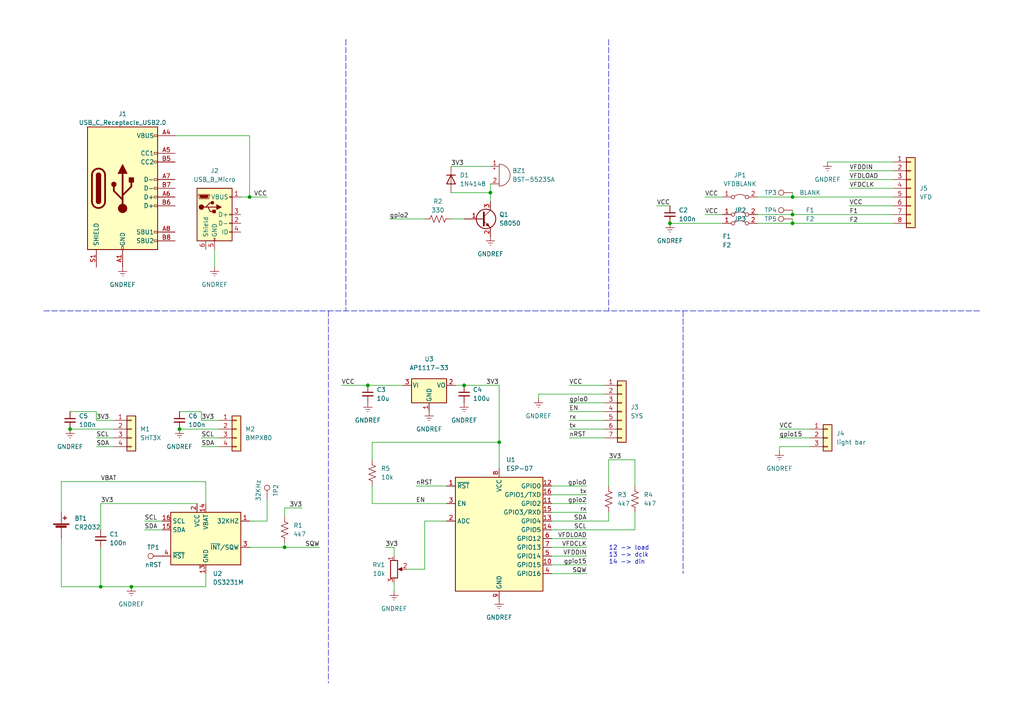
<source format=kicad_sch>
(kicad_sch (version 20211123) (generator eeschema)
  (paper "A4")
  (lib_symbols
    (symbol "Connector:TestPoint" (pin_numbers hide) (pin_names (offset 0.762) hide)
      (property "Reference" "TP" (at 0 6.858 0))
      (property "Value" "TestPoint" (at 0 5.08 0))
      (symbol "TestPoint_0_1"
        (circle (center 0 3.302) (radius 0.762))
      )
      (symbol "TestPoint_1_1"
        (pin passive line (at 0 0 90) (length 2.54) (name "1") (number "1"))
      )
    )
    (symbol "Connector:USB_B_Micro" (pin_names (offset 1.016))
      (property "Reference" "J" (at -5.08 11.43 0))
      (property "Value" "USB_B_Micro" (at -5.08 8.89 0))
      (symbol "USB_B_Micro_0_1"
        (rectangle (start -5.08 -7.62) (end 5.08 7.62) (stroke (width 0.254)) (fill (type background)))
        (circle (center -3.81 2.159) (radius 0.635) (stroke (width 0.254)) (fill (type outline)))
        (circle (center -0.635 3.429) (radius 0.381) (stroke (width 0.254)) (fill (type outline)))
        (rectangle (start -0.127 -7.62) (end 0.127 -6.858))
        (polyline (pts (xy -1.905 2.159) (xy 0.635 2.159)) (stroke (width 0.254)))
        (polyline (pts (xy -3.175 2.159) (xy -2.54 2.159) (xy -1.27 3.429) (xy -0.635 3.429)) (stroke (width 0.254)))
        (polyline (pts (xy -2.54 2.159) (xy -1.905 2.159) (xy -1.27 0.889) (xy 0 0.889)) (stroke (width 0.254)))
        (polyline (pts (xy 0.635 2.794) (xy 0.635 1.524) (xy 1.905 2.159) (xy 0.635 2.794)) (stroke (width 0.254)) (fill (type outline)))
        (polyline (pts (xy -4.318 5.588) (xy -1.778 5.588) (xy -2.032 4.826) (xy -4.064 4.826) (xy -4.318 5.588)) (fill (type outline)))
        (polyline (pts (xy -4.699 5.842) (xy -4.699 5.588) (xy -4.445 4.826) (xy -4.445 4.572) (xy -1.651 4.572) (xy -1.651 4.826) (xy -1.397 5.588) (xy -1.397 5.842) (xy -4.699 5.842)))
        (rectangle (start 0.254 1.27) (end -0.508 0.508) (stroke (width 0.254)) (fill (type outline)))
        (rectangle (start 5.08 -5.207) (end 4.318 -4.953))
        (rectangle (start 5.08 -2.667) (end 4.318 -2.413))
        (rectangle (start 5.08 -0.127) (end 4.318 0.127))
        (rectangle (start 5.08 4.953) (end 4.318 5.207))
      )
      (symbol "USB_B_Micro_1_1"
        (pin power_out line (at 7.62 5.08 180) (length 2.54) (name "VBUS") (number "1"))
        (pin bidirectional line (at 7.62 -2.54 180) (length 2.54) (name "D-") (number "2"))
        (pin bidirectional line (at 7.62 0 180) (length 2.54) (name "D+") (number "3"))
        (pin passive line (at 7.62 -5.08 180) (length 2.54) (name "ID") (number "4"))
        (pin power_out line (at 0 -10.16 90) (length 2.54) (name "GND") (number "5"))
        (pin passive line (at -2.54 -10.16 90) (length 2.54) (name "Shield") (number "6"))
      )
    )
    (symbol "Connector:USB_C_Receptacle_USB2.0" (pin_names (offset 1.016))
      (property "Reference" "J" (at -10.16 19.05 0))
      (property "Value" "USB_C_Receptacle_USB2.0" (at 19.05 19.05 0))
      (symbol "USB_C_Receptacle_USB2.0_0_0"
        (rectangle (start -0.254 -17.78) (end 0.254 -16.764))
        (rectangle (start 10.16 -14.986) (end 9.144 -15.494))
        (rectangle (start 10.16 -12.446) (end 9.144 -12.954))
        (rectangle (start 10.16 -4.826) (end 9.144 -5.334))
        (rectangle (start 10.16 -2.286) (end 9.144 -2.794))
        (rectangle (start 10.16 0.254) (end 9.144 -0.254))
        (rectangle (start 10.16 2.794) (end 9.144 2.286))
        (rectangle (start 10.16 7.874) (end 9.144 7.366))
        (rectangle (start 10.16 10.414) (end 9.144 9.906))
        (rectangle (start 10.16 15.494) (end 9.144 14.986))
      )
      (symbol "USB_C_Receptacle_USB2.0_0_1"
        (rectangle (start -10.16 17.78) (end 10.16 -17.78) (stroke (width 0.254)) (fill (type background)))
        (arc (start -8.89 -3.81) (mid -6.985 -5.715) (end -5.08 -3.81) (stroke (width 0.508)))
        (arc (start -7.62 -3.81) (mid -6.985 -4.445) (end -6.35 -3.81) (stroke (width 0.254)))
        (arc (start -7.62 -3.81) (mid -6.985 -4.445) (end -6.35 -3.81) (stroke (width 0.254)) (fill (type outline)))
        (rectangle (start -7.62 -3.81) (end -6.35 3.81) (stroke (width 0.254)) (fill (type outline)))
        (arc (start -6.35 3.81) (mid -6.985 4.445) (end -7.62 3.81) (stroke (width 0.254)))
        (arc (start -6.35 3.81) (mid -6.985 4.445) (end -7.62 3.81) (stroke (width 0.254)) (fill (type outline)))
        (arc (start -5.08 3.81) (mid -6.985 5.715) (end -8.89 3.81) (stroke (width 0.508)))
        (circle (center -2.54 1.143) (radius 0.635) (stroke (width 0.254)) (fill (type outline)))
        (circle (center 0 -5.842) (radius 1.27) (fill (type outline)))
        (polyline (pts (xy -8.89 -3.81) (xy -8.89 3.81)) (stroke (width 0.508)))
        (polyline (pts (xy -5.08 3.81) (xy -5.08 -3.81)) (stroke (width 0.508)))
        (polyline (pts (xy 0 -5.842) (xy 0 4.318)) (stroke (width 0.508)))
        (polyline (pts (xy 0 -3.302) (xy -2.54 -0.762) (xy -2.54 0.508)) (stroke (width 0.508)))
        (polyline (pts (xy 0 -2.032) (xy 2.54 0.508) (xy 2.54 1.778)) (stroke (width 0.508)))
        (polyline (pts (xy -1.27 4.318) (xy 0 6.858) (xy 1.27 4.318) (xy -1.27 4.318)) (stroke (width 0.254)) (fill (type outline)))
        (rectangle (start 1.905 1.778) (end 3.175 3.048) (stroke (width 0.254)) (fill (type outline)))
      )
      (symbol "USB_C_Receptacle_USB2.0_1_1"
        (pin passive line (at 0 -22.86 90) (length 5.08) (name "GND") (number "A1"))
        (pin passive line (at 0 -22.86 90) (length 5.08) hide (name "GND") (number "A12"))
        (pin passive line (at 15.24 15.24 180) (length 5.08) (name "VBUS") (number "A4"))
        (pin bidirectional line (at 15.24 10.16 180) (length 5.08) (name "CC1") (number "A5"))
        (pin bidirectional line (at 15.24 -2.54 180) (length 5.08) (name "D+") (number "A6"))
        (pin bidirectional line (at 15.24 2.54 180) (length 5.08) (name "D-") (number "A7"))
        (pin bidirectional line (at 15.24 -12.7 180) (length 5.08) (name "SBU1") (number "A8"))
        (pin passive line (at 15.24 15.24 180) (length 5.08) hide (name "VBUS") (number "A9"))
        (pin passive line (at 0 -22.86 90) (length 5.08) hide (name "GND") (number "B1"))
        (pin passive line (at 0 -22.86 90) (length 5.08) hide (name "GND") (number "B12"))
        (pin passive line (at 15.24 15.24 180) (length 5.08) hide (name "VBUS") (number "B4"))
        (pin bidirectional line (at 15.24 7.62 180) (length 5.08) (name "CC2") (number "B5"))
        (pin bidirectional line (at 15.24 -5.08 180) (length 5.08) (name "D+") (number "B6"))
        (pin bidirectional line (at 15.24 0 180) (length 5.08) (name "D-") (number "B7"))
        (pin bidirectional line (at 15.24 -15.24 180) (length 5.08) (name "SBU2") (number "B8"))
        (pin passive line (at 15.24 15.24 180) (length 5.08) hide (name "VBUS") (number "B9"))
        (pin passive line (at -7.62 -22.86 90) (length 5.08) (name "SHIELD") (number "S1"))
      )
    )
    (symbol "Connector_Generic:Conn_01x03" (pin_names (offset 1.016) hide)
      (property "Reference" "J" (at 0 5.08 0))
      (property "Value" "Conn_01x03" (at 0 -5.08 0))
      (symbol "Conn_01x03_1_1"
        (rectangle (start -1.27 -2.413) (end 0 -2.667) (stroke (width 0.1524)))
        (rectangle (start -1.27 0.127) (end 0 -0.127) (stroke (width 0.1524)))
        (rectangle (start -1.27 2.667) (end 0 2.413) (stroke (width 0.1524)))
        (rectangle (start -1.27 3.81) (end 1.27 -3.81) (stroke (width 0.254)) (fill (type background)))
        (pin passive line (at -5.08 2.54 0) (length 3.81) (name "Pin_1") (number "1"))
        (pin passive line (at -5.08 0 0) (length 3.81) (name "Pin_2") (number "2"))
        (pin passive line (at -5.08 -2.54 0) (length 3.81) (name "Pin_3") (number "3"))
      )
    )
    (symbol "Connector_Generic:Conn_01x04" (pin_names (offset 1.016) hide)
      (property "Reference" "J" (at 0 5.08 0))
      (property "Value" "Conn_01x04" (at 0 -7.62 0))
      (symbol "Conn_01x04_1_1"
        (rectangle (start -1.27 -4.953) (end 0 -5.207) (stroke (width 0.1524)))
        (rectangle (start -1.27 -2.413) (end 0 -2.667) (stroke (width 0.1524)))
        (rectangle (start -1.27 0.127) (end 0 -0.127) (stroke (width 0.1524)))
        (rectangle (start -1.27 2.667) (end 0 2.413) (stroke (width 0.1524)))
        (rectangle (start -1.27 3.81) (end 1.27 -6.35) (stroke (width 0.254)) (fill (type background)))
        (pin passive line (at -5.08 2.54 0) (length 3.81) (name "Pin_1") (number "1"))
        (pin passive line (at -5.08 0 0) (length 3.81) (name "Pin_2") (number "2"))
        (pin passive line (at -5.08 -2.54 0) (length 3.81) (name "Pin_3") (number "3"))
        (pin passive line (at -5.08 -5.08 0) (length 3.81) (name "Pin_4") (number "4"))
      )
    )
    (symbol "Connector_Generic:Conn_01x07" (pin_names (offset 1.016) hide)
      (property "Reference" "J" (at 0 10.16 0))
      (property "Value" "Conn_01x07" (at 0 -10.16 0))
      (symbol "Conn_01x07_1_1"
        (rectangle (start -1.27 -7.493) (end 0 -7.747) (stroke (width 0.1524)))
        (rectangle (start -1.27 -4.953) (end 0 -5.207) (stroke (width 0.1524)))
        (rectangle (start -1.27 -2.413) (end 0 -2.667) (stroke (width 0.1524)))
        (rectangle (start -1.27 0.127) (end 0 -0.127) (stroke (width 0.1524)))
        (rectangle (start -1.27 2.667) (end 0 2.413) (stroke (width 0.1524)))
        (rectangle (start -1.27 5.207) (end 0 4.953) (stroke (width 0.1524)))
        (rectangle (start -1.27 7.747) (end 0 7.493) (stroke (width 0.1524)))
        (rectangle (start -1.27 8.89) (end 1.27 -8.89) (stroke (width 0.254)) (fill (type background)))
        (pin passive line (at -5.08 7.62 0) (length 3.81) (name "Pin_1") (number "1"))
        (pin passive line (at -5.08 5.08 0) (length 3.81) (name "Pin_2") (number "2"))
        (pin passive line (at -5.08 2.54 0) (length 3.81) (name "Pin_3") (number "3"))
        (pin passive line (at -5.08 0 0) (length 3.81) (name "Pin_4") (number "4"))
        (pin passive line (at -5.08 -2.54 0) (length 3.81) (name "Pin_5") (number "5"))
        (pin passive line (at -5.08 -5.08 0) (length 3.81) (name "Pin_6") (number "6"))
        (pin passive line (at -5.08 -7.62 0) (length 3.81) (name "Pin_7") (number "7"))
      )
    )
    (symbol "Connector_Generic:Conn_01x08" (pin_names (offset 1.016) hide)
      (property "Reference" "J" (at 0 10.16 0))
      (property "Value" "Conn_01x08" (at 0 -12.7 0))
      (symbol "Conn_01x08_1_1"
        (rectangle (start -1.27 -10.033) (end 0 -10.287) (stroke (width 0.1524)))
        (rectangle (start -1.27 -7.493) (end 0 -7.747) (stroke (width 0.1524)))
        (rectangle (start -1.27 -4.953) (end 0 -5.207) (stroke (width 0.1524)))
        (rectangle (start -1.27 -2.413) (end 0 -2.667) (stroke (width 0.1524)))
        (rectangle (start -1.27 0.127) (end 0 -0.127) (stroke (width 0.1524)))
        (rectangle (start -1.27 2.667) (end 0 2.413) (stroke (width 0.1524)))
        (rectangle (start -1.27 5.207) (end 0 4.953) (stroke (width 0.1524)))
        (rectangle (start -1.27 7.747) (end 0 7.493) (stroke (width 0.1524)))
        (rectangle (start -1.27 8.89) (end 1.27 -11.43) (stroke (width 0.254)) (fill (type background)))
        (pin passive line (at -5.08 7.62 0) (length 3.81) (name "Pin_1") (number "1"))
        (pin passive line (at -5.08 5.08 0) (length 3.81) (name "Pin_2") (number "2"))
        (pin passive line (at -5.08 2.54 0) (length 3.81) (name "Pin_3") (number "3"))
        (pin passive line (at -5.08 0 0) (length 3.81) (name "Pin_4") (number "4"))
        (pin passive line (at -5.08 -2.54 0) (length 3.81) (name "Pin_5") (number "5"))
        (pin passive line (at -5.08 -5.08 0) (length 3.81) (name "Pin_6") (number "6"))
        (pin passive line (at -5.08 -7.62 0) (length 3.81) (name "Pin_7") (number "7"))
        (pin passive line (at -5.08 -10.16 0) (length 3.81) (name "Pin_8") (number "8"))
      )
    )
    (symbol "Device:Battery_Cell" (pin_numbers hide) (pin_names (offset 0) hide)
      (property "Reference" "BT" (at 2.54 2.54 0))
      (property "Value" "Battery_Cell" (at 2.54 0 0))
      (symbol "Battery_Cell_0_1"
        (rectangle (start -2.286 1.778) (end 2.286 1.524) (fill (type outline)))
        (rectangle (start -1.5748 1.1938) (end 1.4732 0.6858) (fill (type outline)))
        (polyline (pts (xy 0 0.762) (xy 0 0)))
        (polyline (pts (xy 0 1.778) (xy 0 2.54)))
        (polyline (pts (xy 0.508 3.429) (xy 1.524 3.429)) (stroke (width 0.254)))
        (polyline (pts (xy 1.016 3.937) (xy 1.016 2.921)) (stroke (width 0.254)))
      )
      (symbol "Battery_Cell_1_1"
        (pin passive line (at 0 5.08 270) (length 2.54) (name "+") (number "1"))
        (pin passive line (at 0 -2.54 90) (length 2.54) (name "-") (number "2"))
      )
    )
    (symbol "Device:Buzzer" (pin_names (offset 0.0254) hide)
      (property "Reference" "BZ1" (at 3.81 1.2701 0))
      (property "Value" "BST-5523SA " (at 3.81 -1.2699 0))
      (symbol "Buzzer_0_1"
        (arc (start 0 -3.175) (mid 3.175 0) (end 0 3.175))
        (polyline (pts (xy -1.651 1.905) (xy -1.143 1.905)))
        (polyline (pts (xy -1.397 2.159) (xy -1.397 1.651)))
        (polyline (pts (xy 0 3.175) (xy 0 -3.175)))
      )
      (symbol "Buzzer_1_1"
        (pin passive line (at -2.54 2.54 0) (length 2.54) (name "-") (number "1"))
        (pin passive line (at -2.54 -2.54 0) (length 2.54) (name "+") (number "2"))
        (pin no_connect line (at -2.54 -5.08 0) (length 2.54) hide (name "3") (number "3"))
      )
    )
    (symbol "Device:C_Small" (pin_numbers hide) (pin_names (offset 0.254) hide)
      (property "Reference" "C" (at 0.254 1.778 0))
      (property "Value" "C_Small" (at 0.254 -2.032 0))
      (symbol "C_Small_0_1"
        (polyline (pts (xy -1.524 -0.508) (xy 1.524 -0.508)) (stroke (width 0.3302)))
        (polyline (pts (xy -1.524 0.508) (xy 1.524 0.508)) (stroke (width 0.3048)))
      )
      (symbol "C_Small_1_1"
        (pin passive line (at 0 2.54 270) (length 2.032) (name "~") (number "1"))
        (pin passive line (at 0 -2.54 90) (length 2.032) (name "~") (number "2"))
      )
    )
    (symbol "Device:R_Potentiometer" (pin_names (offset 1.016) hide)
      (property "Reference" "RV" (at -4.445 0 90))
      (property "Value" "R_Potentiometer" (at -2.54 0 90))
      (symbol "R_Potentiometer_0_1"
        (polyline (pts (xy 2.54 0) (xy 1.524 0)))
        (polyline (pts (xy 1.143 0) (xy 2.286 0.508) (xy 2.286 -0.508) (xy 1.143 0)) (fill (type outline)))
        (rectangle (start 1.016 2.54) (end -1.016 -2.54) (stroke (width 0.254)))
      )
      (symbol "R_Potentiometer_1_1"
        (pin passive line (at 0 3.81 270) (length 1.27) (name "1") (number "1"))
        (pin passive line (at 3.81 0 180) (length 1.27) (name "2") (number "2"))
        (pin passive line (at 0 -3.81 90) (length 1.27) (name "3") (number "3"))
      )
    )
    (symbol "Device:R_US" (pin_numbers hide) (pin_names (offset 0))
      (property "Reference" "R" (at 2.54 0 90))
      (property "Value" "R_US" (at -2.54 0 90))
      (symbol "R_US_0_1"
        (polyline (pts (xy 0 -2.286) (xy 0 -2.54)))
        (polyline (pts (xy 0 2.286) (xy 0 2.54)))
        (polyline (pts (xy 0 -0.762) (xy 1.016 -1.143) (xy 0 -1.524) (xy -1.016 -1.905) (xy 0 -2.286)))
        (polyline (pts (xy 0 0.762) (xy 1.016 0.381) (xy 0 0) (xy -1.016 -0.381) (xy 0 -0.762)))
        (polyline (pts (xy 0 2.286) (xy 1.016 1.905) (xy 0 1.524) (xy -1.016 1.143) (xy 0 0.762)))
      )
      (symbol "R_US_1_1"
        (pin passive line (at 0 3.81 270) (length 1.27) (name "~") (number "1"))
        (pin passive line (at 0 -3.81 90) (length 1.27) (name "~") (number "2"))
      )
    )
    (symbol "Diode:1N4148" (pin_numbers hide) (pin_names (offset 1.016) hide)
      (property "Reference" "D" (at 0 2.54 0))
      (property "Value" "1N4148" (at 0 -2.54 0))
      (symbol "1N4148_0_1"
        (polyline (pts (xy -1.27 1.27) (xy -1.27 -1.27)) (stroke (width 0.254)))
        (polyline (pts (xy 1.27 0) (xy -1.27 0)))
        (polyline (pts (xy 1.27 1.27) (xy 1.27 -1.27) (xy -1.27 0) (xy 1.27 1.27)) (stroke (width 0.254)))
      )
      (symbol "1N4148_1_1"
        (pin passive line (at -3.81 0 0) (length 2.54) (name "K") (number "1"))
        (pin passive line (at 3.81 0 180) (length 2.54) (name "A") (number "2"))
      )
    )
    (symbol "Jumper:Jumper_2_Bridged" (pin_names (offset 0) hide)
      (property "Reference" "JP" (at 0 1.905 0))
      (property "Value" "Jumper_2_Bridged" (at 0 -2.54 0))
      (symbol "Jumper_2_Bridged_0_0"
        (circle (center -2.032 0) (radius 0.508))
        (circle (center 2.032 0) (radius 0.508))
      )
      (symbol "Jumper_2_Bridged_0_1"
        (arc (start 1.524 0.254) (mid 0 0.762) (end -1.524 0.254))
      )
      (symbol "Jumper_2_Bridged_1_1"
        (pin passive line (at -5.08 0 0) (length 2.54) (name "A") (number "1"))
        (pin passive line (at 5.08 0 180) (length 2.54) (name "B") (number "2"))
      )
    )
    (symbol "RF_Module:ESP-07"
      (property "Reference" "U" (at -12.7 19.05 0))
      (property "Value" "ESP-07" (at 12.7 19.05 0))
      (symbol "ESP-07_0_1"
        (rectangle (start -12.7 17.78) (end 12.7 -15.24) (stroke (width 0.254)) (fill (type background)))
      )
      (symbol "ESP-07_1_1"
        (pin input line (at -15.24 15.24 0) (length 2.54) (name "~{RST}") (number "1"))
        (pin bidirectional line (at 15.24 -7.62 180) (length 2.54) (name "GPIO15") (number "10"))
        (pin bidirectional line (at 15.24 10.16 180) (length 2.54) (name "GPIO2") (number "11"))
        (pin bidirectional line (at 15.24 15.24 180) (length 2.54) (name "GPIO0") (number "12"))
        (pin bidirectional line (at 15.24 5.08 180) (length 2.54) (name "GPIO4") (number "13"))
        (pin bidirectional line (at 15.24 2.54 180) (length 2.54) (name "GPIO5") (number "14"))
        (pin bidirectional line (at 15.24 7.62 180) (length 2.54) (name "GPIO3/RXD") (number "15"))
        (pin bidirectional line (at 15.24 12.7 180) (length 2.54) (name "GPIO1/TXD") (number "16"))
        (pin input line (at -15.24 5.08 0) (length 2.54) (name "ADC") (number "2"))
        (pin input line (at -15.24 10.16 0) (length 2.54) (name "EN") (number "3"))
        (pin bidirectional line (at 15.24 -10.16 180) (length 2.54) (name "GPIO16") (number "4"))
        (pin bidirectional line (at 15.24 -5.08 180) (length 2.54) (name "GPIO14") (number "5"))
        (pin bidirectional line (at 15.24 0 180) (length 2.54) (name "GPIO12") (number "6"))
        (pin bidirectional line (at 15.24 -2.54 180) (length 2.54) (name "GPIO13") (number "7"))
        (pin power_in line (at 0 20.32 270) (length 2.54) (name "VCC") (number "8"))
        (pin power_in line (at 0 -17.78 90) (length 2.54) (name "GND") (number "9"))
      )
    )
    (symbol "Regulator_Linear:AP1117-33" (pin_names (offset 0.254))
      (property "Reference" "U" (at -3.81 3.175 0))
      (property "Value" "AP1117-33" (at 0 3.175 0))
      (symbol "AP1117-33_0_1"
        (rectangle (start -5.08 -5.08) (end 5.08 1.905) (stroke (width 0.254)) (fill (type background)))
      )
      (symbol "AP1117-33_1_1"
        (pin power_in line (at 0 -7.62 90) (length 2.54) (name "GND") (number "1"))
        (pin power_out line (at 7.62 0 180) (length 2.54) (name "VO") (number "2"))
        (pin power_in line (at -7.62 0 0) (length 2.54) (name "VI") (number "3"))
      )
    )
    (symbol "Timer_RTC:DS3231M"
      (property "Reference" "U" (at -7.62 8.89 0))
      (property "Value" "DS3231M" (at 10.16 8.89 0))
      (symbol "DS3231M_0_1"
        (rectangle (start -10.16 7.62) (end 10.16 -7.62) (stroke (width 0.254)) (fill (type background)))
      )
      (symbol "DS3231M_1_1"
        (pin open_collector line (at 12.7 5.08 180) (length 2.54) (name "32KHZ") (number "1"))
        (pin passive line (at 0 -10.16 90) (length 2.54) hide (name "GND") (number "10"))
        (pin passive line (at 0 -10.16 90) (length 2.54) hide (name "GND") (number "11"))
        (pin passive line (at 0 -10.16 90) (length 2.54) hide (name "GND") (number "12"))
        (pin power_in line (at 0 -10.16 90) (length 2.54) (name "GND") (number "13"))
        (pin power_in line (at 0 10.16 270) (length 2.54) (name "VBAT") (number "14"))
        (pin bidirectional line (at -12.7 2.54 0) (length 2.54) (name "SDA") (number "15"))
        (pin input line (at -12.7 5.08 0) (length 2.54) (name "SCL") (number "16"))
        (pin power_in line (at -2.54 10.16 270) (length 2.54) (name "VCC") (number "2"))
        (pin open_collector line (at 12.7 -2.54 180) (length 2.54) (name "~{INT}/SQW") (number "3"))
        (pin bidirectional line (at -12.7 -5.08 0) (length 2.54) (name "~{RST}") (number "4"))
        (pin passive line (at 0 -10.16 90) (length 2.54) hide (name "GND") (number "5"))
        (pin passive line (at 0 -10.16 90) (length 2.54) hide (name "GND") (number "6"))
        (pin passive line (at 0 -10.16 90) (length 2.54) hide (name "GND") (number "7"))
        (pin passive line (at 0 -10.16 90) (length 2.54) hide (name "GND") (number "8"))
        (pin passive line (at 0 -10.16 90) (length 2.54) hide (name "GND") (number "9"))
      )
    )
    (symbol "Transistor_BJT:BC817" (pin_names (offset 0) hide)
      (property "Reference" "Q" (at 5.08 1.905 0))
      (property "Value" "BC817" (at 5.08 0 0))
      (symbol "BC817_0_1"
        (polyline (pts (xy 0.635 0.635) (xy 2.54 2.54)))
        (polyline (pts (xy 0.635 -0.635) (xy 2.54 -2.54) (xy 2.54 -2.54)))
        (polyline (pts (xy 0.635 1.905) (xy 0.635 -1.905) (xy 0.635 -1.905)) (stroke (width 0.508)))
        (polyline (pts (xy 1.27 -1.778) (xy 1.778 -1.27) (xy 2.286 -2.286) (xy 1.27 -1.778) (xy 1.27 -1.778)) (fill (type outline)))
        (circle (center 1.27 0) (radius 2.8194) (stroke (width 0.254)))
      )
      (symbol "BC817_1_1"
        (pin input line (at -5.08 0 0) (length 5.715) (name "B") (number "1"))
        (pin passive line (at 2.54 -5.08 90) (length 2.54) (name "E") (number "2"))
        (pin passive line (at 2.54 5.08 270) (length 2.54) (name "C") (number "3"))
      )
    )
    (symbol "power:GNDREF" (power) (pin_names (offset 0))
      (property "Value" "GNDREF" (at 0 -3.81 0))
      (symbol "GNDREF_0_1"
        (polyline (pts (xy -0.635 -1.905) (xy 0.635 -1.905)))
        (polyline (pts (xy -0.127 -2.54) (xy 0.127 -2.54)))
        (polyline (pts (xy 0 -1.27) (xy 0 0)))
        (polyline (pts (xy 1.27 -1.27) (xy -1.27 -1.27)))
      )
      (symbol "GNDREF_1_1"
        (pin power_in line (at 0 0 270) (length 0) hide (name "GNDREF") (number "1"))
      )
    )
  )
  (junction (at 144.78 128.27))
  (junction (at 134.62 111.76))
  (junction (at 82.55 158.75))
  (junction (at 29.21 170.18))
  (junction (at 106.68 111.76))
  (junction (at 38.1 170.18))
  (junction (at 52.07 124.46))
  (junction (at 142.24 55.88))
  (junction (at 20.32 124.46))
  (junction (at 72.39 57.15))
  (junction (at 229.87 57.15))
  (junction (at 194.31 64.77))
  (junction (at 229.87 64.77))
  (junction (at 229.87 62.23))
  (wire (pts (xy 107.95 140.97) (xy 107.95 146.05)))
  (wire (pts (xy 77.47 151.13) (xy 72.39 151.13)))
  (wire (pts (xy 72.39 39.37) (xy 72.39 57.15)))
  (wire (pts (xy 204.47 62.23) (xy 209.55 62.23)))
  (polyline (pts (xy 198.12 90.17) (xy 198.12 166.37)))
  (wire (pts (xy 82.55 157.48) (xy 82.55 158.75)))
  (wire (pts (xy 246.38 54.61) (xy 259.08 54.61)))
  (wire (pts (xy 27.94 129.54) (xy 33.02 129.54)))
  (wire (pts (xy 17.78 156.21) (xy 17.78 170.18)))
  (wire (pts (xy 176.53 140.97) (xy 176.53 133.35)))
  (wire (pts (xy 77.47 144.78) (xy 77.47 151.13)))
  (wire (pts (xy 176.53 151.13) (xy 176.53 148.59)))
  (wire (pts (xy 160.02 151.13) (xy 176.53 151.13)))
  (wire (pts (xy 107.95 133.35) (xy 107.95 128.27)))
  (wire (pts (xy 41.91 151.13) (xy 46.99 151.13)))
  (polyline (pts (xy 176.53 11.43) (xy 176.53 90.17)))
  (wire (pts (xy 29.21 158.75) (xy 29.21 170.18)))
  (polyline (pts (xy 95.25 90.17) (xy 95.25 198.12)))
  (wire (pts (xy 82.55 149.86) (xy 82.55 147.32)))
  (wire (pts (xy 123.19 165.1) (xy 123.19 151.13)))
  (wire (pts (xy 118.11 165.1) (xy 123.19 165.1)))
  (wire (pts (xy 58.42 119.38) (xy 52.07 119.38)))
  (wire (pts (xy 229.87 62.23) (xy 259.08 62.23)))
  (wire (pts (xy 184.15 153.67) (xy 184.15 148.59)))
  (wire (pts (xy 134.62 111.76) (xy 144.78 111.76)))
  (wire (pts (xy 130.81 55.88) (xy 142.24 55.88)))
  (wire (pts (xy 38.1 170.18) (xy 29.21 170.18)))
  (wire (pts (xy 226.06 127) (xy 234.95 127)))
  (wire (pts (xy 160.02 153.67) (xy 184.15 153.67)))
  (wire (pts (xy 132.08 111.76) (xy 134.62 111.76)))
  (wire (pts (xy 165.1 119.38) (xy 175.26 119.38)))
  (wire (pts (xy 50.8 39.37) (xy 72.39 39.37)))
  (wire (pts (xy 82.55 147.32) (xy 87.63 147.32)))
  (wire (pts (xy 160.02 158.75) (xy 170.18 158.75)))
  (wire (pts (xy 219.71 62.23) (xy 229.87 62.23)))
  (wire (pts (xy 123.19 151.13) (xy 129.54 151.13)))
  (wire (pts (xy 82.55 158.75) (xy 92.71 158.75)))
  (wire (pts (xy 41.91 153.67) (xy 46.99 153.67)))
  (wire (pts (xy 59.69 146.05) (xy 59.69 139.7)))
  (wire (pts (xy 111.76 158.75) (xy 114.3 158.75)))
  (wire (pts (xy 229.87 55.88) (xy 229.87 57.15)))
  (wire (pts (xy 229.87 57.15) (xy 259.08 57.15)))
  (wire (pts (xy 59.69 170.18) (xy 38.1 170.18)))
  (wire (pts (xy 246.38 49.53) (xy 259.08 49.53)))
  (wire (pts (xy 99.06 111.76) (xy 106.68 111.76)))
  (wire (pts (xy 27.94 121.92) (xy 33.02 121.92)))
  (wire (pts (xy 160.02 140.97) (xy 170.18 140.97)))
  (wire (pts (xy 219.71 64.77) (xy 229.87 64.77)))
  (wire (pts (xy 184.15 133.35) (xy 184.15 140.97)))
  (wire (pts (xy 52.07 124.46) (xy 63.5 124.46)))
  (wire (pts (xy 165.1 121.92) (xy 175.26 121.92)))
  (wire (pts (xy 194.31 64.77) (xy 209.55 64.77)))
  (wire (pts (xy 27.94 119.38) (xy 20.32 119.38)))
  (wire (pts (xy 113.03 63.5) (xy 123.19 63.5)))
  (wire (pts (xy 58.42 127) (xy 63.5 127)))
  (polyline (pts (xy 100.33 11.43) (xy 100.33 90.17)))
  (wire (pts (xy 229.87 63.5) (xy 229.87 64.77)))
  (wire (pts (xy 114.3 168.91) (xy 114.3 171.45)))
  (wire (pts (xy 204.47 57.15) (xy 209.55 57.15)))
  (wire (pts (xy 62.23 77.47) (xy 62.23 72.39)))
  (wire (pts (xy 27.94 121.92) (xy 27.94 119.38)))
  (wire (pts (xy 142.24 53.34) (xy 142.24 55.88)))
  (wire (pts (xy 240.03 46.99) (xy 259.08 46.99)))
  (wire (pts (xy 69.85 57.15) (xy 72.39 57.15)))
  (wire (pts (xy 29.21 146.05) (xy 29.21 153.67)))
  (wire (pts (xy 176.53 133.35) (xy 184.15 133.35)))
  (wire (pts (xy 27.94 127) (xy 33.02 127)))
  (wire (pts (xy 160.02 146.05) (xy 170.18 146.05)))
  (wire (pts (xy 144.78 111.76) (xy 144.78 128.27)))
  (wire (pts (xy 59.69 170.18) (xy 59.69 166.37)))
  (wire (pts (xy 234.95 129.54) (xy 226.06 129.54)))
  (wire (pts (xy 114.3 158.75) (xy 114.3 161.29)))
  (wire (pts (xy 130.81 48.26) (xy 142.24 48.26)))
  (wire (pts (xy 165.1 116.84) (xy 175.26 116.84)))
  (wire (pts (xy 160.02 148.59) (xy 170.18 148.59)))
  (wire (pts (xy 107.95 146.05) (xy 129.54 146.05)))
  (wire (pts (xy 142.24 55.88) (xy 142.24 58.42)))
  (wire (pts (xy 144.78 128.27) (xy 144.78 135.89)))
  (wire (pts (xy 20.32 124.46) (xy 33.02 124.46)))
  (wire (pts (xy 57.15 146.05) (xy 29.21 146.05)))
  (wire (pts (xy 229.87 64.77) (xy 259.08 64.77)))
  (wire (pts (xy 226.06 129.54) (xy 226.06 130.81)))
  (wire (pts (xy 219.71 57.15) (xy 229.87 57.15)))
  (wire (pts (xy 72.39 158.75) (xy 82.55 158.75)))
  (wire (pts (xy 246.38 59.69) (xy 259.08 59.69)))
  (wire (pts (xy 160.02 143.51) (xy 170.18 143.51)))
  (wire (pts (xy 58.42 129.54) (xy 63.5 129.54)))
  (wire (pts (xy 165.1 124.46) (xy 175.26 124.46)))
  (wire (pts (xy 17.78 139.7) (xy 17.78 148.59)))
  (wire (pts (xy 226.06 124.46) (xy 234.95 124.46)))
  (wire (pts (xy 160.02 163.83) (xy 170.18 163.83)))
  (wire (pts (xy 156.21 114.3) (xy 156.21 115.57)))
  (wire (pts (xy 229.87 60.96) (xy 229.87 62.23)))
  (wire (pts (xy 17.78 170.18) (xy 29.21 170.18)))
  (wire (pts (xy 106.68 111.76) (xy 116.84 111.76)))
  (wire (pts (xy 246.38 52.07) (xy 259.08 52.07)))
  (wire (pts (xy 130.81 63.5) (xy 134.62 63.5)))
  (wire (pts (xy 156.21 114.3) (xy 175.26 114.3)))
  (wire (pts (xy 120.65 140.97) (xy 129.54 140.97)))
  (wire (pts (xy 72.39 57.15) (xy 77.47 57.15)))
  (wire (pts (xy 165.1 127) (xy 175.26 127)))
  (wire (pts (xy 59.69 139.7) (xy 17.78 139.7)))
  (wire (pts (xy 160.02 166.37) (xy 170.18 166.37)))
  (wire (pts (xy 160.02 156.21) (xy 170.18 156.21)))
  (wire (pts (xy 107.95 128.27) (xy 144.78 128.27)))
  (wire (pts (xy 160.02 161.29) (xy 170.18 161.29)))
  (wire (pts (xy 58.42 121.92) (xy 63.5 121.92)))
  (wire (pts (xy 58.42 121.92) (xy 58.42 119.38)))
  (wire (pts (xy 165.1 111.76) (xy 175.26 111.76)))
  (wire (pts (xy 190.5 59.69) (xy 194.31 59.69)))
  (polyline (pts (xy 12.7 90.17) (xy 284.48 90.17)))
  (text "12 -> load\n13 -> dclk\n14 -> din" (at 176.53 163.83 0) (effects (font (size 1.27 1.27)) (justify left bottom)))
  (label "3V3" (at 29.21 146.05 0))
  (label "3V3" (at 130.81 48.26 0))
  (label "gpio2" (at 170.18 146.05 180))
  (label "SCL" (at 58.42 127 0))
  (label "tx" (at 165.1 124.46 0))
  (label "F2" (at 246.38 64.77 0))
  (label "VCC" (at 77.47 57.15 180))
  (label "gpio15" (at 226.06 127 0))
  (label "tx" (at 170.18 143.51 180))
  (label "VCC" (at 204.47 57.15 0))
  (label "VCC" (at 204.47 62.23 0))
  (label "VFDLOAD" (at 246.38 52.07 0))
  (label "SDA" (at 27.94 129.54 0))
  (label "VFDLOAD" (at 170.18 156.21 180))
  (label "nRST" (at 165.1 127 0))
  (label "VCC" (at 246.38 59.69 0))
  (label "VBAT" (at 29.21 139.7 0))
  (label "EN" (at 165.1 119.38 0))
  (label "gpio0" (at 170.18 140.97 180))
  (label "gpio0" (at 165.1 116.84 0))
  (label "SCL" (at 170.18 153.67 180))
  (label "VCC" (at 226.06 124.46 0))
  (label "SCL" (at 41.91 151.13 0))
  (label "SQW" (at 170.18 166.37 180))
  (label "VFDCLK" (at 246.38 54.61 0))
  (label "VFDDIN" (at 170.18 161.29 180))
  (label "VCC" (at 165.1 111.76 0))
  (label "SDA" (at 170.18 151.13 180))
  (label "SDA" (at 58.42 129.54 0))
  (label "VFDDIN" (at 246.38 49.53 0))
  (label "EN" (at 120.65 146.05 0))
  (label "gpio2" (at 113.03 63.5 0))
  (label "SCL" (at 27.94 127 0))
  (label "SDA" (at 41.91 153.67 0))
  (label "3V3" (at 176.53 133.35 0))
  (label "3V3" (at 58.42 121.92 0))
  (label "3V3" (at 27.94 121.92 0))
  (label "nRST" (at 120.65 140.97 0))
  (label "3V3" (at 87.63 147.32 180))
  (label "3V3" (at 111.76 158.75 0))
  (label "gpio15" (at 170.18 163.83 180))
  (label "VCC" (at 99.06 111.76 0))
  (label "VCC" (at 190.5 59.69 0))
  (label "3V3" (at 140.97 111.76 0))
  (label "SQW" (at 92.71 158.75 180))
  (label "VFDCLK" (at 170.18 158.75 180))
  (label "F1" (at 246.38 62.23 0))
  (label "rx" (at 165.1 121.92 0))
  (label "rx" (at 170.18 148.59 180))
  (symbol (lib_id "power:GNDREF") (at 240.03 46.99 0) (unit 1)
    (property "Reference" "#PWR011" (effects hide))
    (property "Value" "GNDREF" (at 240.03 52.07 0))
  )
  (symbol (lib_id "Connector_Generic:Conn_01x04") (at 68.58 124.46 0) (unit 1)
    (property "Reference" "M2" (at 71.12 124.4599 0) (effects (justify left)))
    (property "Value" "BMPX80" (at 71.12 126.9999 0) (effects (justify left)))
    (property "Footprint" "Connector_PinHeader_2.54mm:PinHeader_1x04_P2.54mm_Vertical" (effects hide))
  )
  (symbol (lib_id "Timer_RTC:DS3231M") (at 59.69 156.21 0) (unit 1)
    (property "Reference" "U2" (at 61.7094 166.37 0) (effects (justify left)))
    (property "Value" "DS3231M" (at 61.7094 168.91 0) (effects (justify left)))
    (property "Footprint" "Package_SO:SOIC-16W_7.5x10.3mm_P1.27mm" (effects hide))
    (property "Datasheet" "http://datasheets.maximintegrated.com/en/ds/DS3231.pdf" (effects hide))
  )
  (symbol (lib_id "Jumper:Jumper_2_Bridged") (at 214.63 62.23 0) (unit 1)
    (property "Reference" "JP2" (at 214.63 60.96 0))
    (property "Value" "F1" (at 210.82 68.58 0))
    (property "Footprint" "Jumper:SolderJumper-2_P1.3mm_Bridged_RoundedPad1.0x1.5mm" (effects hide))
  )
  (symbol (lib_id "Diode:1N4148") (at 130.81 52.07 270) (unit 1)
    (property "Reference" "D1" (at 133.35 50.7999 90) (effects (justify left)))
    (property "Value" "1N4148" (at 133.35 53.3399 90) (effects (justify left)))
    (property "Footprint" "Diode_SMD:D_1206_3216Metric_Pad1.42x1.75mm_HandSolder" (effects hide))
    (property "Datasheet" "https://assets.nexperia.com/documents/data-sheet/1N4148_1N4448.pdf" (effects hide))
  )
  (symbol (lib_id "Device:C_Small") (at 134.62 114.3 0) (unit 1)
    (property "Reference" "C4" (at 137.16 113.0362 0) (effects (justify left)))
    (property "Value" "100u" (at 137.16 115.5762 0) (effects (justify left)))
    (property "Footprint" "Capacitor_SMD:C_1206_3216Metric_Pad1.33x1.80mm_HandSolder" (effects hide))
  )
  (symbol (lib_id "Jumper:Jumper_2_Bridged") (at 214.63 57.15 0) (unit 1)
    (property "Reference" "JP1" (at 214.63 50.8 0))
    (property "Value" "VFDBLANK" (at 214.63 53.34 0))
    (property "Footprint" "Jumper:SolderJumper-2_P1.3mm_Bridged_RoundedPad1.0x1.5mm" (effects hide))
  )
  (symbol (lib_id "Connector_Generic:Conn_01x03") (at 240.03 127 0) (unit 1)
    (property "Reference" "J4" (at 242.57 125.7299 0) (effects (justify left)))
    (property "Value" "light bar" (at 242.57 128.2699 0) (effects (justify left)))
    (property "Footprint" "Connector_PinHeader_2.54mm:PinHeader_1x03_P2.54mm_Vertical" (effects hide))
  )
  (symbol (lib_id "RF_Module:ESP-07") (at 144.78 156.21 0) (unit 1)
    (property "Reference" "U1" (at 146.7994 133.35 0) (effects (justify left)))
    (property "Value" "ESP-07" (at 146.7994 135.89 0) (effects (justify left)))
    (property "Footprint" "RF_Module:ESP-07" (effects hide))
    (property "Datasheet" "http://wiki.ai-thinker.com/_media/esp8266/esp8266_series_modules_user_manual_v1.1.pdf" (effects hide))
  )
  (symbol (lib_id "Connector:USB_B_Micro") (at 62.23 62.23 0) (unit 1)
    (property "Reference" "J2" (at 62.23 49.53 0))
    (property "Value" "USB_B_Micro" (at 62.23 52.07 0))
    (property "Footprint" "Connector_USB:USB_Micro-B_GCT_USB3076-30-A" (effects hide))
  )
  (symbol (lib_id "power:GNDREF") (at 106.68 116.84 0) (unit 1)
    (property "Reference" "#PWR012" (effects hide))
    (property "Value" "GNDREF" (at 106.68 121.92 0))
  )
  (symbol (lib_id "Regulator_Linear:AP1117-33") (at 124.46 111.76 0) (unit 1)
    (property "Reference" "U3" (at 124.46 104.14 0))
    (property "Value" "AP1117-33" (at 124.46 106.68 0))
    (property "Footprint" "Package_TO_SOT_SMD:SOT-223-3_TabPin2" (effects hide))
    (property "Datasheet" "http://www.diodes.com/datasheets/AP1117.pdf" (effects hide))
  )
  (symbol (lib_id "power:GNDREF") (at 35.56 77.47 0) (unit 1)
    (property "Reference" "#PWR01" (effects hide))
    (property "Value" "GNDREF" (at 35.56 82.55 0))
  )
  (symbol (lib_id "power:GNDREF") (at 20.32 124.46 0) (unit 1)
    (property "Reference" "#PWR0101" (effects hide))
    (property "Value" "GNDREF" (at 20.32 129.54 0))
  )
  (symbol (lib_id "power:GNDREF") (at 156.21 115.57 0) (unit 1)
    (property "Reference" "#PWR05" (effects hide))
    (property "Value" "GNDREF" (at 156.21 120.65 0))
  )
  (symbol (lib_id "power:GNDREF") (at 52.07 124.46 0) (unit 1)
    (property "Reference" "#PWR0102" (effects hide))
    (property "Value" "GNDREF" (at 52.07 129.54 0))
  )
  (symbol (lib_id "power:GNDREF") (at 142.24 68.58 0) (unit 1)
    (property "Reference" "#PWR07" (effects hide))
    (property "Value" "GNDREF" (at 142.24 73.66 0))
  )
  (symbol (lib_id "power:GNDREF") (at 144.78 173.99 0) (unit 1)
    (property "Reference" "#PWR08" (effects hide))
    (property "Value" "GNDREF" (at 144.78 179.07 0))
  )
  (symbol (lib_id "Device:R_US") (at 82.55 153.67 0) (unit 1)
    (property "Reference" "R1" (at 85.09 152.3999 0) (effects (justify left)))
    (property "Value" "4k7" (at 85.09 154.9399 0) (effects (justify left)))
    (property "Footprint" "Resistor_SMD:R_0805_2012Metric_Pad1.20x1.40mm_HandSolder" (effects hide))
  )
  (symbol (lib_id "power:GNDREF") (at 38.1 170.18 0) (unit 1)
    (property "Reference" "#PWR02" (effects hide))
    (property "Value" "GNDREF" (at 38.1 175.26 0))
  )
  (symbol (lib_id "Device:C_Small") (at 194.31 62.23 0) (unit 1)
    (property "Reference" "C2" (at 196.85 60.9662 0) (effects (justify left)))
    (property "Value" "100n" (at 196.85 63.5062 0) (effects (justify left)))
    (property "Footprint" "Capacitor_SMD:C_0805_2012Metric_Pad1.18x1.45mm_HandSolder" (effects hide))
  )
  (symbol (lib_id "Connector:TestPoint") (at 46.99 161.29 90) (unit 1)
    (property "Reference" "TP1" (at 44.45 158.75 90))
    (property "Value" "nRST" (at 44.45 163.83 90))
    (property "Footprint" "TestPoint:TestPoint_Pad_D1.0mm" (effects hide))
  )
  (symbol (lib_id "Device:R_US") (at 127 63.5 90) (unit 1)
    (property "Reference" "R2" (at 127 58.42 90))
    (property "Value" "330" (at 127 60.96 90))
    (property "Footprint" "Resistor_SMD:R_0805_2012Metric_Pad1.20x1.40mm_HandSolder" (effects hide))
  )
  (symbol (lib_id "power:GNDREF") (at 194.31 64.77 0) (unit 1)
    (property "Reference" "#PWR09" (effects hide))
    (property "Value" "GNDREF" (at 194.31 69.85 0))
  )
  (symbol (lib_id "power:GNDREF") (at 124.46 119.38 0) (unit 1)
    (property "Reference" "#PWR06" (effects hide))
    (property "Value" "GNDREF" (at 124.46 124.46 0))
  )
  (symbol (lib_id "Device:R_US") (at 184.15 144.78 0) (unit 1)
    (property "Reference" "R4" (at 186.69 143.5099 0) (effects (justify left)))
    (property "Value" "4k7" (at 186.69 146.0499 0) (effects (justify left)))
    (property "Footprint" "Resistor_SMD:R_0805_2012Metric_Pad1.20x1.40mm_HandSolder" (effects hide))
  )
  (symbol (lib_id "Connector:TestPoint") (at 77.47 144.78 0) (unit 1)
    (property "Reference" "TP2" (at 80.01 142.24 90))
    (property "Value" "32KHz" (at 74.93 142.24 90))
    (property "Footprint" "TestPoint:TestPoint_Pad_D1.0mm" (effects hide))
  )
  (symbol (lib_id "Device:R_US") (at 107.95 137.16 0) (unit 1)
    (property "Reference" "R5" (at 110.49 135.8899 0) (effects (justify left)))
    (property "Value" "10k" (at 110.49 138.4299 0) (effects (justify left)))
    (property "Footprint" "Resistor_SMD:R_0805_2012Metric_Pad1.20x1.40mm_HandSolder" (effects hide))
  )
  (symbol (lib_id "Connector_Generic:Conn_01x08") (at 264.16 54.61 0) (unit 1)
    (property "Reference" "J5" (at 266.7 54.6099 0) (effects (justify left)))
    (property "Value" "VFD" (at 266.7 57.1499 0) (effects (justify left)))
    (property "Footprint" "Connector_PinHeader_2.54mm:PinHeader_1x08_P2.54mm_Vertical" (effects hide))
  )
  (symbol (lib_id "power:GNDREF") (at 62.23 77.47 0) (unit 1)
    (property "Reference" "#PWR03" (effects hide))
    (property "Value" "GNDREF" (at 62.23 82.55 0))
  )
  (symbol (lib_id "Device:R_Potentiometer") (at 114.3 165.1 0) (unit 1)
    (property "Reference" "RV1" (at 111.76 163.8299 0) (effects (justify right)))
    (property "Value" "10k" (at 111.76 166.3699 0) (effects (justify right)))
    (property "Footprint" "Potentiometer_THT:Potentiometer_Bourns_PTA2043_Single_Slide" (effects hide))
  )
  (symbol (lib_id "Connector_Generic:Conn_01x04") (at 38.1 124.46 0) (unit 1)
    (property "Reference" "M1" (at 40.64 124.4599 0) (effects (justify left)))
    (property "Value" "SHT3X" (at 40.64 126.9999 0) (effects (justify left)))
    (property "Footprint" "Connector_PinHeader_2.54mm:PinHeader_1x04_P2.54mm_Vertical" (effects hide))
  )
  (symbol (lib_id "Transistor_BJT:BC817") (at 139.7 63.5 0) (unit 1)
    (property "Reference" "Q1" (at 144.78 62.2299 0) (effects (justify left)))
    (property "Value" "S8050" (at 144.78 64.7699 0) (effects (justify left)))
    (property "Footprint" "Package_TO_SOT_SMD:SOT-23" (effects hide))
    (property "Datasheet" "https://www.onsemi.com/pub/Collateral/BC818-D.pdf" (effects hide))
  )
  (symbol (lib_id "Connector_Generic:Conn_01x07") (at 180.34 119.38 0) (unit 1)
    (property "Reference" "J3" (at 182.88 118.1099 0) (effects (justify left)))
    (property "Value" "SYS" (at 182.88 120.6499 0) (effects (justify left)))
    (property "Footprint" "Connector_PinHeader_2.54mm:PinHeader_1x07_P2.54mm_Vertical" (effects hide))
  )
  (symbol (lib_id "Connector:TestPoint") (at 229.87 60.96 90) (unit 1)
    (property "Reference" "TP4" (at 223.52 60.96 90))
    (property "Value" "F1" (at 234.95 60.96 90))
    (property "Footprint" "TestPoint:TestPoint_Pad_D1.0mm" (effects hide))
  )
  (symbol (lib_id "Connector:TestPoint") (at 229.87 55.88 90) (unit 1)
    (property "Reference" "TP3" (at 223.52 55.88 90))
    (property "Value" "BLANK" (at 234.95 55.88 90))
    (property "Footprint" "TestPoint:TestPoint_Pad_D1.0mm" (effects hide))
  )
  (symbol (lib_id "Device:C_Small") (at 52.07 121.92 0) (unit 1)
    (property "Reference" "C6" (at 54.61 120.6562 0) (effects (justify left)))
    (property "Value" "100n" (at 54.61 123.1962 0) (effects (justify left)))
    (property "Footprint" "Capacitor_SMD:C_0805_2012Metric_Pad1.18x1.45mm_HandSolder" (effects hide))
  )
  (symbol (lib_id "Device:C_Small") (at 20.32 121.92 0) (unit 1)
    (property "Reference" "C5" (at 22.86 120.6562 0) (effects (justify left)))
    (property "Value" "100n" (at 22.86 123.1962 0) (effects (justify left)))
    (property "Footprint" "Capacitor_SMD:C_0805_2012Metric_Pad1.18x1.45mm_HandSolder" (effects hide))
  )
  (symbol (lib_id "Connector:USB_C_Receptacle_USB2.0") (at 35.56 54.61 0) (unit 1)
    (property "Reference" "J1" (at 35.56 33.02 0))
    (property "Value" "USB_C_Receptacle_USB2.0" (at 35.56 35.56 0))
    (property "Footprint" "Connector_USB:USB_C_Receptacle_Palconn_UTC16-G" (effects hide))
    (property "Datasheet" "https://www.usb.org/sites/default/files/documents/usb_type-c.zip" (effects hide))
  )
  (symbol (lib_id "Connector:TestPoint") (at 229.87 63.5 90) (unit 1)
    (property "Reference" "TP5" (at 223.52 63.5 90))
    (property "Value" "F2" (at 234.95 63.5 90))
    (property "Footprint" "TestPoint:TestPoint_Pad_D1.0mm" (effects hide))
  )
  (symbol (lib_id "power:GNDREF") (at 226.06 130.81 0) (unit 1)
    (property "Reference" "#PWR010" (effects hide))
    (property "Value" "GNDREF" (at 226.06 135.89 0))
  )
  (symbol (lib_id "Device:Battery_Cell") (at 17.78 153.67 0) (unit 1)
    (property "Reference" "BT1" (at 21.59 150.3679 0) (effects (justify left)))
    (property "Value" "CR2032" (at 21.59 152.9079 0) (effects (justify left)))
    (property "Footprint" "Battery:BatteryHolder_Keystone_3002_1x2032" (effects hide))
  )
  (symbol (lib_id "power:GNDREF") (at 114.3 171.45 0) (unit 1)
    (property "Reference" "#PWR04" (effects hide))
    (property "Value" "GNDREF" (at 114.3 176.53 0))
  )
  (symbol (lib_id "Device:C_Small") (at 106.68 114.3 0) (unit 1)
    (property "Reference" "C3" (at 109.22 113.0362 0) (effects (justify left)))
    (property "Value" "10u" (at 109.22 115.5762 0) (effects (justify left)))
    (property "Footprint" "Capacitor_SMD:C_1206_3216Metric_Pad1.33x1.80mm_HandSolder" (effects hide))
  )
  (symbol (lib_id "Device:R_US") (at 176.53 144.78 0) (unit 1)
    (property "Reference" "R3" (at 179.07 143.5099 0) (effects (justify left)))
    (property "Value" "4k7" (at 179.07 146.0499 0) (effects (justify left)))
    (property "Footprint" "Resistor_SMD:R_0805_2012Metric_Pad1.20x1.40mm_HandSolder" (effects hide))
  )
  (symbol (lib_id "Device:Buzzer") (at 144.78 50.8 0) (unit 1)
    (property "Reference" "BZ1" (at 148.59 49.5299 0) (effects (justify left)))
    (property "Value" "BST-5523SA " (at 148.59 52.0699 0) (effects (justify left)))
    (property "Footprint" "Buzzer_Beeper:BST-5523SA" (effects hide))
    (property "Datasheet" "https://www.novitronic.ch/fm/2/BST-5523SA.pdf" (effects hide))
  )
  (symbol (lib_id "Jumper:Jumper_2_Bridged") (at 214.63 64.77 0) (unit 1)
    (property "Reference" "JP3" (at 214.63 63.5 0))
    (property "Value" "F2" (at 210.82 71.12 0))
    (property "Footprint" "Jumper:SolderJumper-2_P1.3mm_Bridged_RoundedPad1.0x1.5mm" (effects hide))
  )
  (symbol (lib_id "Device:C_Small") (at 29.21 156.21 0) (unit 1)
    (property "Reference" "C1" (at 31.75 154.9462 0) (effects (justify left)))
    (property "Value" "100n" (at 31.75 157.4862 0) (effects (justify left)))
    (property "Footprint" "Capacitor_SMD:C_0805_2012Metric_Pad1.18x1.45mm_HandSolder" (effects hide))
  )
  (symbol (lib_id "power:GNDREF") (at 134.62 116.84 0) (unit 1)
    (property "Reference" "#PWR013" (effects hide))
    (property "Value" "GNDREF" (at 134.62 121.92 0))
  )
)
</source>
